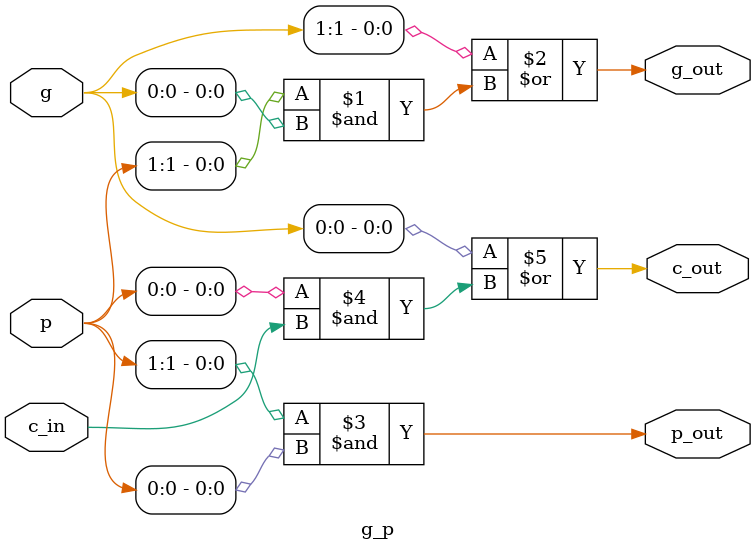
<source format=v>
`timescale 1ns / 1ps


module g_p (g,p,c_in, g_out,p_out,c_out);
input [1:0] g,p;
input c_in;
output g_out,p_out,c_out;
assign g_out = g[1] | p[1] & g[0];
assign p_out = p[1] & p[0];
assign c_out = g[0] | p[0] & c_in;
endmodule


</source>
